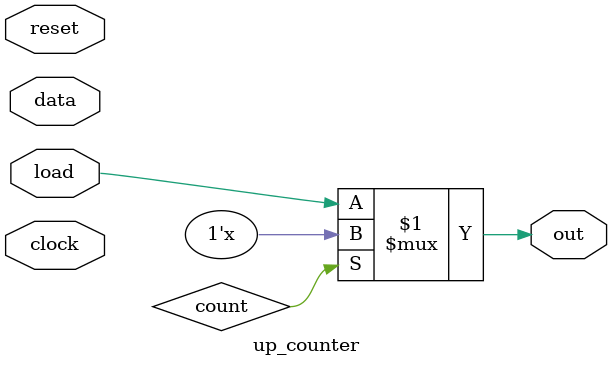
<source format=v>
module top(count, clock, reset, load, data);
 output count;
 input data;
 input clock, reset, load;
 wire data;
 wire clock, reset, load;
 wire count;
 up_counter u_up_counter_1(count, clock, reset, load, data);
endmodule
module up_counter(out, clock, reset, load, data);
 output out;
 input data;
 input clock, reset, load;
 wire data;
 wire clock, reset, load;
 wire out;
 reg count;
 bufif0 B(out,load,count);
endmodule


</source>
